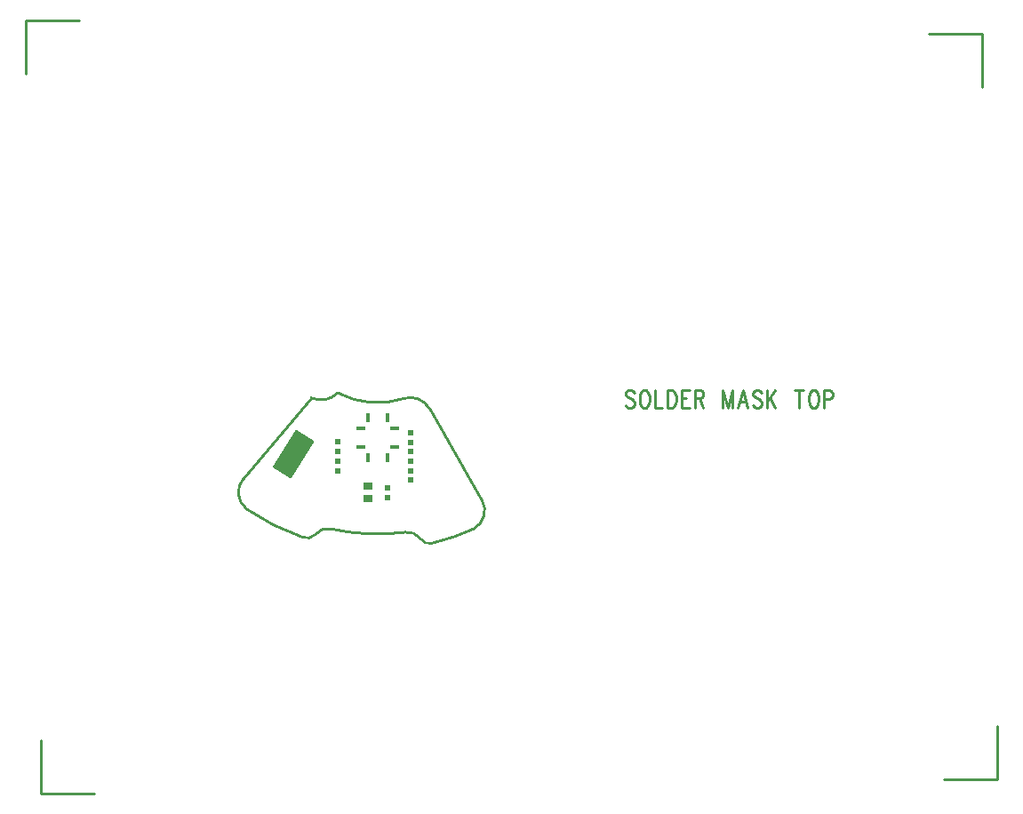
<source format=gbr>
*
*
G04 PADS 9.5 Build Number: 522968 generated Gerber (RS-274-X) file*
G04 PC Version=2.1*
*
%IN "LCORE_4.pcb"*%
*
%MOIN*%
*
%FSLAX35Y35*%
*
*
*
*
G04 PC Standard Apertures*
*
*
G04 Thermal Relief Aperture macro.*
%AMTER*
1,1,$1,0,0*
1,0,$1-$2,0,0*
21,0,$3,$4,0,0,45*
21,0,$3,$4,0,0,135*
%
*
*
G04 Annular Aperture macro.*
%AMANN*
1,1,$1,0,0*
1,0,$2,0,0*
%
*
*
G04 Odd Aperture macro.*
%AMODD*
1,1,$1,0,0*
1,0,$1-0.005,0,0*
%
*
*
G04 PC Custom Aperture Macros*
*
*
*
*
*
*
G04 PC Aperture Table*
*
%ADD010C,0.001*%
%ADD012C,0.01*%
%ADD027C,0.00039*%
%ADD028R,0.02365X0.02365*%
%ADD029R,0.037X0.026*%
%ADD035R,0.0335X0.01578*%
%ADD036R,0.01578X0.0335*%
*
*
*
*
G04 PC Circuitry*
G04 Layer Name LCORE_4.pcb - circuitry*
%LPD*%
*
*
G04 PC Custom Flashes*
G04 Layer Name LCORE_4.pcb - flashes*
%LPD*%
*
*
G04 PC Circuitry*
G04 Layer Name LCORE_4.pcb - circuitry*
%LPD*%
*
G54D10*
G54D12*
G01X2046025Y1605357D02*
X2045570Y1605982D01*
X2044889Y1606295*
X2043980*
X2043298Y1605982*
X2042843Y1605357*
Y1604732*
X2043070Y1604107*
X2043298Y1603795*
X2043752Y1603482*
X2045116Y1602857*
X2045570Y1602545*
X2045798Y1602232*
X2046025Y1601607*
Y1600670*
X2045570Y1600045*
X2044889Y1599732*
X2043980*
X2043298Y1600045*
X2042843Y1600670*
X2049434Y1606295D02*
X2048980Y1605982D01*
X2048525Y1605357*
X2048298Y1604732*
X2048070Y1603795*
Y1602232*
X2048298Y1601295*
X2048525Y1600670*
X2048980Y1600045*
X2049434Y1599732*
X2050343*
X2050798Y1600045*
X2051252Y1600670*
X2051480Y1601295*
X2051707Y1602232*
Y1603795*
X2051480Y1604732*
X2051252Y1605357*
X2050798Y1605982*
X2050343Y1606295*
X2049434*
X2053752D02*
Y1599732D01*
X2056480*
X2058525Y1606295D02*
Y1599732D01*
Y1606295D02*
X2060116D01*
X2060798Y1605982*
X2061252Y1605357*
X2061480Y1604732*
X2061707Y1603795*
Y1602232*
X2061480Y1601295*
X2061252Y1600670*
X2060798Y1600045*
X2060116Y1599732*
X2058525*
X2063752Y1606295D02*
Y1599732D01*
Y1606295D02*
X2066707D01*
X2063752Y1603170D02*
X2065570D01*
X2063752Y1599732D02*
X2066707D01*
X2068752Y1606295D02*
Y1599732D01*
Y1606295D02*
X2070798D01*
X2071480Y1605982*
X2071707Y1605670*
X2071934Y1605045*
Y1604420*
X2071707Y1603795*
X2071480Y1603482*
X2070798Y1603170*
X2068752*
X2070343D02*
X2071934Y1599732D01*
X2079207Y1606295D02*
Y1599732D01*
Y1606295D02*
X2081025Y1599732D01*
X2082843Y1606295D02*
X2081025Y1599732D01*
X2082843Y1606295D02*
Y1599732D01*
X2086707Y1606295D02*
X2084889Y1599732D01*
X2086707Y1606295D02*
X2088525Y1599732D01*
X2085570Y1601920D02*
X2087843D01*
X2093752Y1605357D02*
X2093298Y1605982D01*
X2092616Y1606295*
X2091707*
X2091025Y1605982*
X2090570Y1605357*
Y1604732*
X2090798Y1604107*
X2091025Y1603795*
X2091480Y1603482*
X2092843Y1602857*
X2093298Y1602545*
X2093525Y1602232*
X2093752Y1601607*
Y1600670*
X2093298Y1600045*
X2092616Y1599732*
X2091707*
X2091025Y1600045*
X2090570Y1600670*
X2095798Y1606295D02*
Y1599732D01*
X2098980Y1606295D02*
X2095798Y1601920D01*
X2096934Y1603482D02*
X2098980Y1599732D01*
X2107843Y1606295D02*
Y1599732D01*
X2106252Y1606295D02*
X2109434D01*
X2112843D02*
X2112389Y1605982D01*
X2111934Y1605357*
X2111707Y1604732*
X2111480Y1603795*
Y1602232*
X2111707Y1601295*
X2111934Y1600670*
X2112389Y1600045*
X2112843Y1599732*
X2113752*
X2114207Y1600045*
X2114661Y1600670*
X2114889Y1601295*
X2115116Y1602232*
Y1603795*
X2114889Y1604732*
X2114661Y1605357*
X2114207Y1605982*
X2113752Y1606295*
X2112843*
X2117161D02*
Y1599732D01*
Y1606295D02*
X2119207D01*
X2119889Y1605982*
X2120116Y1605670*
X2120343Y1605045*
Y1604107*
X2120116Y1603482*
X2119889Y1603170*
X2119207Y1602857*
X2117161*
X1900788Y1561558D02*
G75*
G03X1921809Y1551031I48934J71466D01*
G01X1921827Y1551025D02*
G03X1926389Y1552091I1471J3999D01*
G01X1932249Y1554225D02*
G03X1926391Y1552092I-1336J-5442D01*
G01X1932289Y1554216D02*
G03X1960292Y1552993I17468J78795D01*
G01X1965815Y1550567D02*
G03X1960269Y1552990I-4781J-3386D01*
G01X1965819Y1550561D02*
G03X1970341Y1548880I3345J2074D01*
G01X1970380Y1548889D02*
G03X1985922Y1554286I-20514J84150D01*
G01X1985913Y1554281D02*
G03X1988944Y1564993I-3840J6872D01*
G01X1988940Y1564999D02*
X1969016Y1599606D01*
X1969018Y1599603D02*
G03X1959686Y1603148I-6910J-4135D01*
G01X1934880Y1605240D02*
G03X1959709Y1603156I14835J27784D01*
G01X1924884Y1603377D02*
G03X1934851Y1605260I3644J8033D01*
G01X1924879Y1603379D02*
X1899587Y1573281D01*
X1899585Y1573278D02*
G03X1900763Y1561574I5923J-5315D01*
G01X1837791Y1744944D02*
X1817791D01*
Y1724944*
X1823603Y1475056D02*
Y1455056D01*
X1843603*
X2162209Y1460312D02*
X2182209D01*
Y1480312*
X2176373Y1719944D02*
Y1739944D01*
X2156373*
G54D27*
X1917049Y1573501D02*
X1925613Y1587206D01*
X1919031Y1591318*
X1910467Y1577613*
X1917049Y1573501*
X1917049*
X1916986Y1573540D02*
X1917073D01*
X1916923Y1573579D02*
X1917098D01*
X1916860Y1573619D02*
X1917123D01*
X1916797Y1573658D02*
X1917147D01*
X1916734Y1573698D02*
X1917172D01*
X1916671Y1573737D02*
X1917196D01*
X1916608Y1573776D02*
X1917221D01*
X1916545Y1573816D02*
X1917246D01*
X1916482Y1573855D02*
X1917270D01*
X1916419Y1573894D02*
X1917295D01*
X1916356Y1573934D02*
X1917319D01*
X1916293Y1573973D02*
X1917344D01*
X1916230Y1574013D02*
X1917369D01*
X1916167Y1574052D02*
X1917393D01*
X1916104Y1574091D02*
X1917418D01*
X1916041Y1574131D02*
X1917442D01*
X1915978Y1574170D02*
X1917467D01*
X1915915Y1574209D02*
X1917492D01*
X1915852Y1574249D02*
X1917516D01*
X1915789Y1574288D02*
X1917541D01*
X1915726Y1574327D02*
X1917565D01*
X1915663Y1574367D02*
X1917590D01*
X1915600Y1574406D02*
X1917615D01*
X1915537Y1574446D02*
X1917639D01*
X1915474Y1574485D02*
X1917664D01*
X1915411Y1574524D02*
X1917688D01*
X1915348Y1574564D02*
X1917713D01*
X1915285Y1574603D02*
X1917738D01*
X1915222Y1574642D02*
X1917762D01*
X1915159Y1574682D02*
X1917787D01*
X1915096Y1574721D02*
X1917811D01*
X1915033Y1574761D02*
X1917836D01*
X1914970Y1574800D02*
X1917861D01*
X1914907Y1574839D02*
X1917885D01*
X1914844Y1574879D02*
X1917910D01*
X1914781Y1574918D02*
X1917934D01*
X1914718Y1574957D02*
X1917959D01*
X1914655Y1574997D02*
X1917984D01*
X1914592Y1575036D02*
X1918008D01*
X1914529Y1575076D02*
X1918033D01*
X1914466Y1575115D02*
X1918057D01*
X1914403Y1575154D02*
X1918082D01*
X1914340Y1575194D02*
X1918107D01*
X1914277Y1575233D02*
X1918131D01*
X1914214Y1575272D02*
X1918156D01*
X1914151Y1575312D02*
X1918180D01*
X1914088Y1575351D02*
X1918205D01*
X1914025Y1575390D02*
X1918230D01*
X1913962Y1575430D02*
X1918254D01*
X1913899Y1575469D02*
X1918279D01*
X1913836Y1575509D02*
X1918303D01*
X1913773Y1575548D02*
X1918328D01*
X1913710Y1575587D02*
X1918353D01*
X1913647Y1575627D02*
X1918377D01*
X1913584Y1575666D02*
X1918402D01*
X1913521Y1575705D02*
X1918426D01*
X1913458Y1575745D02*
X1918451D01*
X1913394Y1575784D02*
X1918476D01*
X1913331Y1575824D02*
X1918500D01*
X1913268Y1575863D02*
X1918525D01*
X1913205Y1575902D02*
X1918549D01*
X1913142Y1575942D02*
X1918574D01*
X1913079Y1575981D02*
X1918599D01*
X1913016Y1576020D02*
X1918623D01*
X1912953Y1576060D02*
X1918648D01*
X1912890Y1576099D02*
X1918672D01*
X1912827Y1576138D02*
X1918697D01*
X1912764Y1576178D02*
X1918722D01*
X1912701Y1576217D02*
X1918746D01*
X1912638Y1576257D02*
X1918771D01*
X1912575Y1576296D02*
X1918795D01*
X1912512Y1576335D02*
X1918820D01*
X1912449Y1576375D02*
X1918845D01*
X1912386Y1576414D02*
X1918869D01*
X1912323Y1576453D02*
X1918894D01*
X1912260Y1576493D02*
X1918918D01*
X1912197Y1576532D02*
X1918943D01*
X1912134Y1576572D02*
X1918968D01*
X1912071Y1576611D02*
X1918992D01*
X1912008Y1576650D02*
X1919017D01*
X1911945Y1576690D02*
X1919042D01*
X1911882Y1576729D02*
X1919066D01*
X1911819Y1576768D02*
X1919091D01*
X1911756Y1576808D02*
X1919115D01*
X1911693Y1576847D02*
X1919140D01*
X1911630Y1576887D02*
X1919165D01*
X1911567Y1576926D02*
X1919189D01*
X1911504Y1576965D02*
X1919214D01*
X1911441Y1577005D02*
X1919238D01*
X1911378Y1577044D02*
X1919263D01*
X1911315Y1577083D02*
X1919288D01*
X1911252Y1577123D02*
X1919312D01*
X1911189Y1577162D02*
X1919337D01*
X1911126Y1577201D02*
X1919361D01*
X1911063Y1577241D02*
X1919386D01*
X1911000Y1577280D02*
X1919411D01*
X1910937Y1577320D02*
X1919435D01*
X1910874Y1577359D02*
X1919460D01*
X1910811Y1577398D02*
X1919484D01*
X1910748Y1577438D02*
X1919509D01*
X1910685Y1577477D02*
X1919534D01*
X1910622Y1577516D02*
X1919558D01*
X1910559Y1577556D02*
X1919583D01*
X1910496Y1577595D02*
X1919607D01*
X1910481Y1577635D02*
X1919632D01*
X1910505Y1577674D02*
X1919657D01*
X1910530Y1577713D02*
X1919681D01*
X1910555Y1577753D02*
X1919706D01*
X1910579Y1577792D02*
X1919730D01*
X1910604Y1577831D02*
X1919755D01*
X1910628Y1577871D02*
X1919780D01*
X1910653Y1577910D02*
X1919804D01*
X1910678Y1577950D02*
X1919829D01*
X1910702Y1577989D02*
X1919853D01*
X1910727Y1578028D02*
X1919878D01*
X1910751Y1578068D02*
X1919903D01*
X1910776Y1578107D02*
X1919927D01*
X1910801Y1578146D02*
X1919952D01*
X1910825Y1578186D02*
X1919976D01*
X1910850Y1578225D02*
X1920001D01*
X1910874Y1578264D02*
X1920026D01*
X1910899Y1578304D02*
X1920050D01*
X1910924Y1578343D02*
X1920075D01*
X1910948Y1578383D02*
X1920099D01*
X1910973Y1578422D02*
X1920124D01*
X1910997Y1578461D02*
X1920149D01*
X1911022Y1578501D02*
X1920173D01*
X1911047Y1578540D02*
X1920198D01*
X1911071Y1578579D02*
X1920222D01*
X1911096Y1578619D02*
X1920247D01*
X1911120Y1578658D02*
X1920272D01*
X1911145Y1578698D02*
X1920296D01*
X1911170Y1578737D02*
X1920321D01*
X1911194Y1578776D02*
X1920345D01*
X1911219Y1578816D02*
X1920370D01*
X1911243Y1578855D02*
X1920395D01*
X1911268Y1578894D02*
X1920419D01*
X1911293Y1578934D02*
X1920444D01*
X1911317Y1578973D02*
X1920468D01*
X1911342Y1579013D02*
X1920493D01*
X1911366Y1579052D02*
X1920518D01*
X1911391Y1579091D02*
X1920542D01*
X1911416Y1579131D02*
X1920567D01*
X1911440Y1579170D02*
X1920591D01*
X1911465Y1579209D02*
X1920616D01*
X1911489Y1579249D02*
X1920641D01*
X1911514Y1579288D02*
X1920665D01*
X1911539Y1579327D02*
X1920690D01*
X1911563Y1579367D02*
X1920714D01*
X1911588Y1579406D02*
X1920739D01*
X1911612Y1579446D02*
X1920764D01*
X1911637Y1579485D02*
X1920788D01*
X1911662Y1579524D02*
X1920813D01*
X1911686Y1579564D02*
X1920837D01*
X1911711Y1579603D02*
X1920862D01*
X1911735Y1579642D02*
X1920887D01*
X1911760Y1579682D02*
X1920911D01*
X1911785Y1579721D02*
X1920936D01*
X1911809Y1579761D02*
X1920960D01*
X1911834Y1579800D02*
X1920985D01*
X1911858Y1579839D02*
X1921010D01*
X1911883Y1579879D02*
X1921034D01*
X1911908Y1579918D02*
X1921059D01*
X1911932Y1579957D02*
X1921083D01*
X1911957Y1579997D02*
X1921108D01*
X1911981Y1580036D02*
X1921133D01*
X1912006Y1580076D02*
X1921157D01*
X1912031Y1580115D02*
X1921182D01*
X1912055Y1580154D02*
X1921206D01*
X1912080Y1580194D02*
X1921231D01*
X1912104Y1580233D02*
X1921256D01*
X1912129Y1580272D02*
X1921280D01*
X1912154Y1580312D02*
X1921305D01*
X1912178Y1580351D02*
X1921329D01*
X1912203Y1580390D02*
X1921354D01*
X1912227Y1580430D02*
X1921379D01*
X1912252Y1580469D02*
X1921403D01*
X1912277Y1580509D02*
X1921428D01*
X1912301Y1580548D02*
X1921452D01*
X1912326Y1580587D02*
X1921477D01*
X1912350Y1580627D02*
X1921502D01*
X1912375Y1580666D02*
X1921526D01*
X1912400Y1580705D02*
X1921551D01*
X1912424Y1580745D02*
X1921575D01*
X1912449Y1580784D02*
X1921600D01*
X1912473Y1580824D02*
X1921625D01*
X1912498Y1580863D02*
X1921649D01*
X1912523Y1580902D02*
X1921674D01*
X1912547Y1580942D02*
X1921698D01*
X1912572Y1580981D02*
X1921723D01*
X1912596Y1581020D02*
X1921748D01*
X1912621Y1581060D02*
X1921772D01*
X1912646Y1581099D02*
X1921797D01*
X1912670Y1581138D02*
X1921821D01*
X1912695Y1581178D02*
X1921846D01*
X1912719Y1581217D02*
X1921871D01*
X1912744Y1581257D02*
X1921895D01*
X1912769Y1581296D02*
X1921920D01*
X1912793Y1581335D02*
X1921944D01*
X1912818Y1581375D02*
X1921969D01*
X1912842Y1581414D02*
X1921994D01*
X1912867Y1581453D02*
X1922018D01*
X1912892Y1581493D02*
X1922043D01*
X1912916Y1581532D02*
X1922067D01*
X1912941Y1581572D02*
X1922092D01*
X1912965Y1581611D02*
X1922117D01*
X1912990Y1581650D02*
X1922141D01*
X1913015Y1581690D02*
X1922166D01*
X1913039Y1581729D02*
X1922190D01*
X1913064Y1581768D02*
X1922215D01*
X1913088Y1581808D02*
X1922240D01*
X1913113Y1581847D02*
X1922264D01*
X1913138Y1581887D02*
X1922289D01*
X1913162Y1581926D02*
X1922313D01*
X1913187Y1581965D02*
X1922338D01*
X1913211Y1582005D02*
X1922363D01*
X1913236Y1582044D02*
X1922387D01*
X1913261Y1582083D02*
X1922412D01*
X1913285Y1582123D02*
X1922436D01*
X1913310Y1582162D02*
X1922461D01*
X1913334Y1582201D02*
X1922486D01*
X1913359Y1582241D02*
X1922510D01*
X1913384Y1582280D02*
X1922535D01*
X1913408Y1582320D02*
X1922559D01*
X1913433Y1582359D02*
X1922584D01*
X1913458Y1582398D02*
X1922609D01*
X1913482Y1582438D02*
X1922633D01*
X1913507Y1582477D02*
X1922658D01*
X1913531Y1582516D02*
X1922682D01*
X1913556Y1582556D02*
X1922707D01*
X1913581Y1582595D02*
X1922732D01*
X1913605Y1582635D02*
X1922756D01*
X1913630Y1582674D02*
X1922781D01*
X1913654Y1582713D02*
X1922805D01*
X1913679Y1582753D02*
X1922830D01*
X1913704Y1582792D02*
X1922855D01*
X1913728Y1582831D02*
X1922879D01*
X1913753Y1582871D02*
X1922904D01*
X1913777Y1582910D02*
X1922928D01*
X1913802Y1582950D02*
X1922953D01*
X1913827Y1582989D02*
X1922978D01*
X1913851Y1583028D02*
X1923002D01*
X1913876Y1583068D02*
X1923027D01*
X1913900Y1583107D02*
X1923051D01*
X1913925Y1583146D02*
X1923076D01*
X1913950Y1583186D02*
X1923101D01*
X1913974Y1583225D02*
X1923125D01*
X1913999Y1583264D02*
X1923150D01*
X1914023Y1583304D02*
X1923174D01*
X1914048Y1583343D02*
X1923199D01*
X1914073Y1583383D02*
X1923224D01*
X1914097Y1583422D02*
X1923248D01*
X1914122Y1583461D02*
X1923273D01*
X1914146Y1583501D02*
X1923297D01*
X1914171Y1583540D02*
X1923322D01*
X1914196Y1583579D02*
X1923347D01*
X1914220Y1583619D02*
X1923371D01*
X1914245Y1583658D02*
X1923396D01*
X1914269Y1583698D02*
X1923421D01*
X1914294Y1583737D02*
X1923445D01*
X1914319Y1583776D02*
X1923470D01*
X1914343Y1583816D02*
X1923494D01*
X1914368Y1583855D02*
X1923519D01*
X1914392Y1583894D02*
X1923544D01*
X1914417Y1583934D02*
X1923568D01*
X1914442Y1583973D02*
X1923593D01*
X1914466Y1584013D02*
X1923617D01*
X1914491Y1584052D02*
X1923642D01*
X1914515Y1584091D02*
X1923667D01*
X1914540Y1584131D02*
X1923691D01*
X1914565Y1584170D02*
X1923716D01*
X1914589Y1584209D02*
X1923740D01*
X1914614Y1584249D02*
X1923765D01*
X1914638Y1584288D02*
X1923790D01*
X1914663Y1584327D02*
X1923814D01*
X1914688Y1584367D02*
X1923839D01*
X1914712Y1584406D02*
X1923863D01*
X1914737Y1584446D02*
X1923888D01*
X1914761Y1584485D02*
X1923913D01*
X1914786Y1584524D02*
X1923937D01*
X1914811Y1584564D02*
X1923962D01*
X1914835Y1584603D02*
X1923986D01*
X1914860Y1584642D02*
X1924011D01*
X1914884Y1584682D02*
X1924036D01*
X1914909Y1584721D02*
X1924060D01*
X1914934Y1584761D02*
X1924085D01*
X1914958Y1584800D02*
X1924109D01*
X1914983Y1584839D02*
X1924134D01*
X1915007Y1584879D02*
X1924159D01*
X1915032Y1584918D02*
X1924183D01*
X1915057Y1584957D02*
X1924208D01*
X1915081Y1584997D02*
X1924232D01*
X1915106Y1585036D02*
X1924257D01*
X1915130Y1585076D02*
X1924282D01*
X1915155Y1585115D02*
X1924306D01*
X1915180Y1585154D02*
X1924331D01*
X1915204Y1585194D02*
X1924355D01*
X1915229Y1585233D02*
X1924380D01*
X1915253Y1585272D02*
X1924405D01*
X1915278Y1585312D02*
X1924429D01*
X1915303Y1585351D02*
X1924454D01*
X1915327Y1585390D02*
X1924478D01*
X1915352Y1585430D02*
X1924503D01*
X1915376Y1585469D02*
X1924528D01*
X1915401Y1585509D02*
X1924552D01*
X1915426Y1585548D02*
X1924577D01*
X1915450Y1585587D02*
X1924601D01*
X1915475Y1585627D02*
X1924626D01*
X1915499Y1585666D02*
X1924651D01*
X1915524Y1585705D02*
X1924675D01*
X1915549Y1585745D02*
X1924700D01*
X1915573Y1585784D02*
X1924724D01*
X1915598Y1585824D02*
X1924749D01*
X1915622Y1585863D02*
X1924774D01*
X1915647Y1585902D02*
X1924798D01*
X1915672Y1585942D02*
X1924823D01*
X1915696Y1585981D02*
X1924847D01*
X1915721Y1586020D02*
X1924872D01*
X1915745Y1586060D02*
X1924897D01*
X1915770Y1586099D02*
X1924921D01*
X1915795Y1586138D02*
X1924946D01*
X1915819Y1586178D02*
X1924970D01*
X1915844Y1586217D02*
X1924995D01*
X1915868Y1586257D02*
X1925020D01*
X1915893Y1586296D02*
X1925044D01*
X1915918Y1586335D02*
X1925069D01*
X1915942Y1586375D02*
X1925093D01*
X1915967Y1586414D02*
X1925118D01*
X1915991Y1586453D02*
X1925143D01*
X1916016Y1586493D02*
X1925167D01*
X1916041Y1586532D02*
X1925192D01*
X1916065Y1586572D02*
X1925216D01*
X1916090Y1586611D02*
X1925241D01*
X1916114Y1586650D02*
X1925266D01*
X1916139Y1586690D02*
X1925290D01*
X1916164Y1586729D02*
X1925315D01*
X1916188Y1586768D02*
X1925339D01*
X1916213Y1586808D02*
X1925364D01*
X1916237Y1586847D02*
X1925389D01*
X1916262Y1586887D02*
X1925413D01*
X1916287Y1586926D02*
X1925438D01*
X1916311Y1586965D02*
X1925462D01*
X1916336Y1587005D02*
X1925487D01*
X1916360Y1587044D02*
X1925512D01*
X1916385Y1587083D02*
X1925536D01*
X1916410Y1587123D02*
X1925561D01*
X1916434Y1587162D02*
X1925585D01*
X1916459Y1587201D02*
X1925610D01*
X1916483Y1587241D02*
X1925556D01*
X1916508Y1587280D02*
X1925493D01*
X1916533Y1587320D02*
X1925430D01*
X1916557Y1587359D02*
X1925367D01*
X1916582Y1587398D02*
X1925304D01*
X1916606Y1587438D02*
X1925241D01*
X1916631Y1587477D02*
X1925178D01*
X1916656Y1587516D02*
X1925115D01*
X1916680Y1587556D02*
X1925052D01*
X1916705Y1587595D02*
X1924989D01*
X1916729Y1587635D02*
X1924926D01*
X1916754Y1587674D02*
X1924863D01*
X1916779Y1587713D02*
X1924800D01*
X1916803Y1587753D02*
X1924737D01*
X1916828Y1587792D02*
X1924674D01*
X1916852Y1587831D02*
X1924611D01*
X1916877Y1587871D02*
X1924548D01*
X1916902Y1587910D02*
X1924485D01*
X1916926Y1587950D02*
X1924422D01*
X1916951Y1587989D02*
X1924359D01*
X1916975Y1588028D02*
X1924296D01*
X1917000Y1588068D02*
X1924233D01*
X1917025Y1588107D02*
X1924170D01*
X1917049Y1588146D02*
X1924107D01*
X1917074Y1588186D02*
X1924044D01*
X1917098Y1588225D02*
X1923981D01*
X1917123Y1588264D02*
X1923918D01*
X1917148Y1588304D02*
X1923855D01*
X1917172Y1588343D02*
X1923792D01*
X1917197Y1588383D02*
X1923729D01*
X1917221Y1588422D02*
X1923666D01*
X1917246Y1588461D02*
X1923603D01*
X1917271Y1588501D02*
X1923540D01*
X1917295Y1588540D02*
X1923477D01*
X1917320Y1588579D02*
X1923414D01*
X1917344Y1588619D02*
X1923351D01*
X1917369Y1588658D02*
X1923288D01*
X1917394Y1588698D02*
X1923225D01*
X1917418Y1588737D02*
X1923162D01*
X1917443Y1588776D02*
X1923099D01*
X1917467Y1588816D02*
X1923036D01*
X1917492Y1588855D02*
X1922973D01*
X1917517Y1588894D02*
X1922910D01*
X1917541Y1588934D02*
X1922847D01*
X1917566Y1588973D02*
X1922784D01*
X1917590Y1589013D02*
X1922721D01*
X1917615Y1589052D02*
X1922658D01*
X1917640Y1589091D02*
X1922595D01*
X1917664Y1589131D02*
X1922532D01*
X1917689Y1589170D02*
X1922469D01*
X1917714Y1589209D02*
X1922406D01*
X1917738Y1589249D02*
X1922343D01*
X1917763Y1589288D02*
X1922280D01*
X1917787Y1589327D02*
X1922217D01*
X1917812Y1589367D02*
X1922154D01*
X1917837Y1589406D02*
X1922091D01*
X1917861Y1589446D02*
X1922028D01*
X1917886Y1589485D02*
X1921965D01*
X1917910Y1589524D02*
X1921902D01*
X1917935Y1589564D02*
X1921839D01*
X1917960Y1589603D02*
X1921776D01*
X1917984Y1589642D02*
X1921713D01*
X1918009Y1589682D02*
X1921650D01*
X1918033Y1589721D02*
X1921587D01*
X1918058Y1589761D02*
X1921524D01*
X1918083Y1589800D02*
X1921461D01*
X1918107Y1589839D02*
X1921398D01*
X1918132Y1589879D02*
X1921335D01*
X1918156Y1589918D02*
X1921272D01*
X1918181Y1589957D02*
X1921209D01*
X1918206Y1589997D02*
X1921146D01*
X1918230Y1590036D02*
X1921083D01*
X1918255Y1590076D02*
X1921020D01*
X1918279Y1590115D02*
X1920957D01*
X1918304Y1590154D02*
X1920894D01*
X1918329Y1590194D02*
X1920831D01*
X1918353Y1590233D02*
X1920768D01*
X1918378Y1590272D02*
X1920705D01*
X1918402Y1590312D02*
X1920642D01*
X1918427Y1590351D02*
X1920579D01*
X1918452Y1590390D02*
X1920516D01*
X1918476Y1590430D02*
X1920453D01*
X1918501Y1590469D02*
X1920390D01*
X1918525Y1590509D02*
X1920327D01*
X1918550Y1590548D02*
X1920264D01*
X1918575Y1590587D02*
X1920201D01*
X1918599Y1590627D02*
X1920138D01*
X1918624Y1590666D02*
X1920075D01*
X1918648Y1590705D02*
X1920012D01*
X1918673Y1590745D02*
X1919949D01*
X1918698Y1590784D02*
X1919886D01*
X1918722Y1590824D02*
X1919823D01*
X1918747Y1590863D02*
X1919760D01*
X1918771Y1590902D02*
X1919697D01*
X1918796Y1590942D02*
X1919634D01*
X1918821Y1590981D02*
X1919571D01*
X1918845Y1591020D02*
X1919508D01*
X1918870Y1591060D02*
X1919445D01*
X1918894Y1591099D02*
X1919382D01*
X1918919Y1591138D02*
X1919319D01*
X1918944Y1591178D02*
X1919256D01*
X1918968Y1591217D02*
X1919193D01*
X1918993Y1591257D02*
X1919130D01*
X1919017Y1591296D02*
X1919067D01*
X1910467Y1577613D02*
X1910467D01*
X1910507Y1577589D02*
Y1577676D01*
X1910546Y1577564D02*
Y1577739D01*
X1910586Y1577539D02*
Y1577802D01*
X1910625Y1577515D02*
Y1577865D01*
X1910664Y1577490D02*
Y1577928D01*
X1910704Y1577466D02*
Y1577991D01*
X1910743Y1577441D02*
Y1578054D01*
X1910782Y1577416D02*
Y1578117D01*
X1910822Y1577392D02*
Y1578180D01*
X1910861Y1577367D02*
Y1578243D01*
X1910900Y1577343D02*
Y1578306D01*
X1910940Y1577318D02*
Y1578369D01*
X1910979Y1577293D02*
Y1578432D01*
X1911019Y1577269D02*
Y1578495D01*
X1911058Y1577244D02*
Y1578558D01*
X1911097Y1577220D02*
Y1578621D01*
X1911137Y1577195D02*
Y1578684D01*
X1911176Y1577170D02*
Y1578747D01*
X1911215Y1577146D02*
Y1578810D01*
X1911255Y1577121D02*
Y1578873D01*
X1911294Y1577097D02*
Y1578936D01*
X1911334Y1577072D02*
Y1578999D01*
X1911373Y1577047D02*
Y1579062D01*
X1911412Y1577023D02*
Y1579125D01*
X1911452Y1576998D02*
Y1579188D01*
X1911491Y1576974D02*
Y1579251D01*
X1911530Y1576949D02*
Y1579314D01*
X1911570Y1576924D02*
Y1579377D01*
X1911609Y1576900D02*
Y1579440D01*
X1911649Y1576875D02*
Y1579503D01*
X1911688Y1576851D02*
Y1579566D01*
X1911727Y1576826D02*
Y1579629D01*
X1911767Y1576801D02*
Y1579692D01*
X1911806Y1576777D02*
Y1579755D01*
X1911845Y1576752D02*
Y1579818D01*
X1911885Y1576728D02*
Y1579881D01*
X1911924Y1576703D02*
Y1579944D01*
X1911963Y1576678D02*
Y1580007D01*
X1912003Y1576654D02*
Y1580070D01*
X1912042Y1576629D02*
Y1580133D01*
X1912082Y1576605D02*
Y1580196D01*
X1912121Y1576580D02*
Y1580259D01*
X1912160Y1576555D02*
Y1580322D01*
X1912200Y1576531D02*
Y1580385D01*
X1912239Y1576506D02*
Y1580448D01*
X1912278Y1576482D02*
Y1580511D01*
X1912318Y1576457D02*
Y1580574D01*
X1912357Y1576432D02*
Y1580637D01*
X1912397Y1576408D02*
Y1580700D01*
X1912436Y1576383D02*
Y1580763D01*
X1912475Y1576359D02*
Y1580826D01*
X1912515Y1576334D02*
Y1580889D01*
X1912554Y1576309D02*
Y1580952D01*
X1912593Y1576285D02*
Y1581015D01*
X1912633Y1576260D02*
Y1581079D01*
X1912672Y1576236D02*
Y1581142D01*
X1912712Y1576211D02*
Y1581205D01*
X1912751Y1576186D02*
Y1581268D01*
X1912790Y1576162D02*
Y1581331D01*
X1912830Y1576137D02*
Y1581394D01*
X1912869Y1576113D02*
Y1581457D01*
X1912908Y1576088D02*
Y1581520D01*
X1912948Y1576063D02*
Y1581583D01*
X1912987Y1576039D02*
Y1581646D01*
X1913026Y1576014D02*
Y1581709D01*
X1913066Y1575990D02*
Y1581772D01*
X1913105Y1575965D02*
Y1581835D01*
X1913145Y1575940D02*
Y1581898D01*
X1913184Y1575916D02*
Y1581961D01*
X1913223Y1575891D02*
Y1582024D01*
X1913263Y1575867D02*
Y1582087D01*
X1913302Y1575842D02*
Y1582150D01*
X1913341Y1575817D02*
Y1582213D01*
X1913381Y1575793D02*
Y1582276D01*
X1913420Y1575768D02*
Y1582339D01*
X1913460Y1575744D02*
Y1582402D01*
X1913499Y1575719D02*
Y1582465D01*
X1913538Y1575694D02*
Y1582528D01*
X1913578Y1575670D02*
Y1582591D01*
X1913617Y1575645D02*
Y1582654D01*
X1913656Y1575621D02*
Y1582717D01*
X1913696Y1575596D02*
Y1582780D01*
X1913735Y1575571D02*
Y1582843D01*
X1913775Y1575547D02*
Y1582906D01*
X1913814Y1575522D02*
Y1582969D01*
X1913853Y1575498D02*
Y1583032D01*
X1913893Y1575473D02*
Y1583095D01*
X1913932Y1575448D02*
Y1583158D01*
X1913971Y1575424D02*
Y1583221D01*
X1914011Y1575399D02*
Y1583284D01*
X1914050Y1575375D02*
Y1583347D01*
X1914089Y1575350D02*
Y1583410D01*
X1914129Y1575325D02*
Y1583473D01*
X1914168Y1575301D02*
Y1583536D01*
X1914208Y1575276D02*
Y1583599D01*
X1914247Y1575251D02*
Y1583662D01*
X1914286Y1575227D02*
Y1583725D01*
X1914326Y1575202D02*
Y1583788D01*
X1914365Y1575178D02*
Y1583851D01*
X1914404Y1575153D02*
Y1583914D01*
X1914444Y1575128D02*
Y1583977D01*
X1914483Y1575104D02*
Y1584040D01*
X1914523Y1575079D02*
Y1584103D01*
X1914562Y1575055D02*
Y1584166D01*
X1914601Y1575030D02*
Y1584229D01*
X1914641Y1575005D02*
Y1584292D01*
X1914680Y1574981D02*
Y1584355D01*
X1914719Y1574956D02*
Y1584418D01*
X1914759Y1574932D02*
Y1584481D01*
X1914798Y1574907D02*
Y1584544D01*
X1914837Y1574882D02*
Y1584607D01*
X1914877Y1574858D02*
Y1584670D01*
X1914916Y1574833D02*
Y1584733D01*
X1914956Y1574809D02*
Y1584796D01*
X1914995Y1574784D02*
Y1584859D01*
X1915034Y1574759D02*
Y1584922D01*
X1915074Y1574735D02*
Y1584985D01*
X1915113Y1574710D02*
Y1585048D01*
X1915152Y1574686D02*
Y1585111D01*
X1915192Y1574661D02*
Y1585174D01*
X1915231Y1574636D02*
Y1585237D01*
X1915271Y1574612D02*
Y1585300D01*
X1915310Y1574587D02*
Y1585363D01*
X1915349Y1574563D02*
Y1585426D01*
X1915389Y1574538D02*
Y1585489D01*
X1915428Y1574513D02*
Y1585552D01*
X1915467Y1574489D02*
Y1585615D01*
X1915507Y1574464D02*
Y1585678D01*
X1915546Y1574440D02*
Y1585741D01*
X1915586Y1574415D02*
Y1585804D01*
X1915625Y1574390D02*
Y1585867D01*
X1915664Y1574366D02*
Y1585930D01*
X1915704Y1574341D02*
Y1585993D01*
X1915743Y1574317D02*
Y1586056D01*
X1915782Y1574292D02*
Y1586119D01*
X1915822Y1574267D02*
Y1586182D01*
X1915861Y1574243D02*
Y1586245D01*
X1915900Y1574218D02*
Y1586308D01*
X1915940Y1574194D02*
Y1586371D01*
X1915979Y1574169D02*
Y1586434D01*
X1916019Y1574144D02*
Y1586497D01*
X1916058Y1574120D02*
Y1586560D01*
X1916097Y1574095D02*
Y1586623D01*
X1916137Y1574071D02*
Y1586686D01*
X1916176Y1574046D02*
Y1586749D01*
X1916215Y1574021D02*
Y1586812D01*
X1916255Y1573997D02*
Y1586875D01*
X1916294Y1573972D02*
Y1586938D01*
X1916334Y1573948D02*
Y1587001D01*
X1916373Y1573923D02*
Y1587064D01*
X1916412Y1573898D02*
Y1587127D01*
X1916452Y1573874D02*
Y1587190D01*
X1916491Y1573849D02*
Y1587253D01*
X1916530Y1573825D02*
Y1587316D01*
X1916570Y1573800D02*
Y1587379D01*
X1916609Y1573775D02*
Y1587442D01*
X1916649Y1573751D02*
Y1587505D01*
X1916688Y1573726D02*
Y1587568D01*
X1916727Y1573702D02*
Y1587631D01*
X1916767Y1573677D02*
Y1587694D01*
X1916806Y1573652D02*
Y1587757D01*
X1916845Y1573628D02*
Y1587820D01*
X1916885Y1573603D02*
Y1587883D01*
X1916924Y1573579D02*
Y1587946D01*
X1916963Y1573554D02*
Y1588009D01*
X1917003Y1573529D02*
Y1588072D01*
X1917042Y1573505D02*
Y1588135D01*
X1917082Y1573553D02*
Y1588198D01*
X1917121Y1573616D02*
Y1588261D01*
X1917160Y1573679D02*
Y1588324D01*
X1917200Y1573742D02*
Y1588387D01*
X1917239Y1573805D02*
Y1588450D01*
X1917278Y1573868D02*
Y1588513D01*
X1917318Y1573931D02*
Y1588576D01*
X1917357Y1573994D02*
Y1588639D01*
X1917397Y1574057D02*
Y1588702D01*
X1917436Y1574120D02*
Y1588765D01*
X1917475Y1574183D02*
Y1588828D01*
X1917515Y1574246D02*
Y1588891D01*
X1917554Y1574309D02*
Y1588954D01*
X1917593Y1574372D02*
Y1589017D01*
X1917633Y1574435D02*
Y1589080D01*
X1917672Y1574498D02*
Y1589143D01*
X1917712Y1574561D02*
Y1589206D01*
X1917751Y1574624D02*
Y1589269D01*
X1917790Y1574687D02*
Y1589332D01*
X1917830Y1574750D02*
Y1589395D01*
X1917869Y1574813D02*
Y1589458D01*
X1917908Y1574876D02*
Y1589521D01*
X1917948Y1574939D02*
Y1589584D01*
X1917987Y1575002D02*
Y1589647D01*
X1918026Y1575065D02*
Y1589710D01*
X1918066Y1575128D02*
Y1589773D01*
X1918105Y1575191D02*
Y1589836D01*
X1918145Y1575254D02*
Y1589899D01*
X1918184Y1575317D02*
Y1589962D01*
X1918223Y1575380D02*
Y1590025D01*
X1918263Y1575443D02*
Y1590088D01*
X1918302Y1575506D02*
Y1590151D01*
X1918341Y1575569D02*
Y1590214D01*
X1918381Y1575632D02*
Y1590277D01*
X1918420Y1575695D02*
Y1590340D01*
X1918460Y1575758D02*
Y1590403D01*
X1918499Y1575821D02*
Y1590466D01*
X1918538Y1575884D02*
Y1590529D01*
X1918578Y1575947D02*
Y1590592D01*
X1918617Y1576010D02*
Y1590655D01*
X1918656Y1576073D02*
Y1590718D01*
X1918696Y1576136D02*
Y1590781D01*
X1918735Y1576199D02*
Y1590844D01*
X1918775Y1576262D02*
Y1590907D01*
X1918814Y1576325D02*
Y1590970D01*
X1918853Y1576388D02*
Y1591033D01*
X1918893Y1576451D02*
Y1591096D01*
X1918932Y1576514D02*
Y1591159D01*
X1918971Y1576577D02*
Y1591222D01*
X1919011Y1576640D02*
Y1591285D01*
X1919050Y1576703D02*
Y1591306D01*
X1919089Y1576766D02*
Y1591282D01*
X1919129Y1576829D02*
Y1591257D01*
X1919168Y1576892D02*
Y1591233D01*
X1919208Y1576955D02*
Y1591208D01*
X1919247Y1577018D02*
Y1591183D01*
X1919286Y1577081D02*
Y1591159D01*
X1919326Y1577144D02*
Y1591134D01*
X1919365Y1577207D02*
Y1591110D01*
X1919404Y1577270D02*
Y1591085D01*
X1919444Y1577333D02*
Y1591060D01*
X1919483Y1577396D02*
Y1591036D01*
X1919523Y1577459D02*
Y1591011D01*
X1919562Y1577523D02*
Y1590987D01*
X1919601Y1577586D02*
Y1590962D01*
X1919641Y1577649D02*
Y1590937D01*
X1919680Y1577712D02*
Y1590913D01*
X1919719Y1577775D02*
Y1590888D01*
X1919759Y1577838D02*
Y1590864D01*
X1919798Y1577901D02*
Y1590839D01*
X1919837Y1577964D02*
Y1590814D01*
X1919877Y1578027D02*
Y1590790D01*
X1919916Y1578090D02*
Y1590765D01*
X1919956Y1578153D02*
Y1590741D01*
X1919995Y1578216D02*
Y1590716D01*
X1920034Y1578279D02*
Y1590691D01*
X1920074Y1578342D02*
Y1590667D01*
X1920113Y1578405D02*
Y1590642D01*
X1920152Y1578468D02*
Y1590618D01*
X1920192Y1578531D02*
Y1590593D01*
X1920231Y1578594D02*
Y1590568D01*
X1920271Y1578657D02*
Y1590544D01*
X1920310Y1578720D02*
Y1590519D01*
X1920349Y1578783D02*
Y1590495D01*
X1920389Y1578846D02*
Y1590470D01*
X1920428Y1578909D02*
Y1590445D01*
X1920467Y1578972D02*
Y1590421D01*
X1920507Y1579035D02*
Y1590396D01*
X1920546Y1579098D02*
Y1590372D01*
X1920586Y1579161D02*
Y1590347D01*
X1920625Y1579224D02*
Y1590322D01*
X1920664Y1579287D02*
Y1590298D01*
X1920704Y1579350D02*
Y1590273D01*
X1920743Y1579413D02*
Y1590249D01*
X1920782Y1579476D02*
Y1590224D01*
X1920822Y1579539D02*
Y1590199D01*
X1920861Y1579602D02*
Y1590175D01*
X1920900Y1579665D02*
Y1590150D01*
X1920940Y1579728D02*
Y1590126D01*
X1920979Y1579791D02*
Y1590101D01*
X1921019Y1579854D02*
Y1590076D01*
X1921058Y1579917D02*
Y1590052D01*
X1921097Y1579980D02*
Y1590027D01*
X1921137Y1580043D02*
Y1590003D01*
X1921176Y1580106D02*
Y1589978D01*
X1921215Y1580169D02*
Y1589953D01*
X1921255Y1580232D02*
Y1589929D01*
X1921294Y1580295D02*
Y1589904D01*
X1921334Y1580358D02*
Y1589880D01*
X1921373Y1580421D02*
Y1589855D01*
X1921412Y1580484D02*
Y1589830D01*
X1921452Y1580547D02*
Y1589806D01*
X1921491Y1580610D02*
Y1589781D01*
X1921530Y1580673D02*
Y1589757D01*
X1921570Y1580736D02*
Y1589732D01*
X1921609Y1580799D02*
Y1589707D01*
X1921649Y1580862D02*
Y1589683D01*
X1921688Y1580925D02*
Y1589658D01*
X1921727Y1580988D02*
Y1589634D01*
X1921767Y1581051D02*
Y1589609D01*
X1921806Y1581114D02*
Y1589584D01*
X1921845Y1581177D02*
Y1589560D01*
X1921885Y1581240D02*
Y1589535D01*
X1921924Y1581303D02*
Y1589511D01*
X1921963Y1581366D02*
Y1589486D01*
X1922003Y1581429D02*
Y1589461D01*
X1922042Y1581492D02*
Y1589437D01*
X1922082Y1581555D02*
Y1589412D01*
X1922121Y1581618D02*
Y1589388D01*
X1922160Y1581681D02*
Y1589363D01*
X1922200Y1581744D02*
Y1589338D01*
X1922239Y1581807D02*
Y1589314D01*
X1922278Y1581870D02*
Y1589289D01*
X1922318Y1581933D02*
Y1589265D01*
X1922357Y1581996D02*
Y1589240D01*
X1922397Y1582059D02*
Y1589215D01*
X1922436Y1582122D02*
Y1589191D01*
X1922475Y1582185D02*
Y1589166D01*
X1922515Y1582248D02*
Y1589142D01*
X1922554Y1582311D02*
Y1589117D01*
X1922593Y1582374D02*
Y1589092D01*
X1922633Y1582437D02*
Y1589068D01*
X1922672Y1582500D02*
Y1589043D01*
X1922712Y1582563D02*
Y1589019D01*
X1922751Y1582626D02*
Y1588994D01*
X1922790Y1582689D02*
Y1588969D01*
X1922830Y1582752D02*
Y1588945D01*
X1922869Y1582815D02*
Y1588920D01*
X1922908Y1582878D02*
Y1588896D01*
X1922948Y1582941D02*
Y1588871D01*
X1922987Y1583004D02*
Y1588846D01*
X1923026Y1583067D02*
Y1588822D01*
X1923066Y1583130D02*
Y1588797D01*
X1923105Y1583193D02*
Y1588772D01*
X1923145Y1583256D02*
Y1588748D01*
X1923184Y1583319D02*
Y1588723D01*
X1923223Y1583382D02*
Y1588699D01*
X1923263Y1583445D02*
Y1588674D01*
X1923302Y1583508D02*
Y1588649D01*
X1923341Y1583571D02*
Y1588625D01*
X1923381Y1583634D02*
Y1588600D01*
X1923420Y1583697D02*
Y1588576D01*
X1923460Y1583760D02*
Y1588551D01*
X1923499Y1583823D02*
Y1588526D01*
X1923538Y1583886D02*
Y1588502D01*
X1923578Y1583949D02*
Y1588477D01*
X1923617Y1584012D02*
Y1588453D01*
X1923656Y1584075D02*
Y1588428D01*
X1923696Y1584138D02*
Y1588403D01*
X1923735Y1584201D02*
Y1588379D01*
X1923775Y1584264D02*
Y1588354D01*
X1923814Y1584327D02*
Y1588330D01*
X1923853Y1584390D02*
Y1588305D01*
X1923893Y1584453D02*
Y1588280D01*
X1923932Y1584516D02*
Y1588256D01*
X1923971Y1584579D02*
Y1588231D01*
X1924011Y1584642D02*
Y1588207D01*
X1924050Y1584705D02*
Y1588182D01*
X1924089Y1584768D02*
Y1588157D01*
X1924129Y1584831D02*
Y1588133D01*
X1924168Y1584894D02*
Y1588108D01*
X1924208Y1584957D02*
Y1588084D01*
X1924247Y1585020D02*
Y1588059D01*
X1924286Y1585083D02*
Y1588034D01*
X1924326Y1585146D02*
Y1588010D01*
X1924365Y1585209D02*
Y1587985D01*
X1924404Y1585272D02*
Y1587961D01*
X1924444Y1585335D02*
Y1587936D01*
X1924483Y1585398D02*
Y1587911D01*
X1924523Y1585461D02*
Y1587887D01*
X1924562Y1585524D02*
Y1587862D01*
X1924601Y1585587D02*
Y1587838D01*
X1924641Y1585650D02*
Y1587813D01*
X1924680Y1585713D02*
Y1587788D01*
X1924719Y1585776D02*
Y1587764D01*
X1924759Y1585839D02*
Y1587739D01*
X1924798Y1585902D02*
Y1587715D01*
X1924837Y1585965D02*
Y1587690D01*
X1924877Y1586028D02*
Y1587665D01*
X1924916Y1586091D02*
Y1587641D01*
X1924956Y1586154D02*
Y1587616D01*
X1924995Y1586217D02*
Y1587592D01*
X1925034Y1586280D02*
Y1587567D01*
X1925074Y1586343D02*
Y1587542D01*
X1925113Y1586406D02*
Y1587518D01*
X1925152Y1586469D02*
Y1587493D01*
X1925192Y1586532D02*
Y1587469D01*
X1925231Y1586595D02*
Y1587444D01*
X1925271Y1586658D02*
Y1587419D01*
X1925310Y1586721D02*
Y1587395D01*
X1925349Y1586784D02*
Y1587370D01*
X1925389Y1586847D02*
Y1587346D01*
X1925428Y1586910D02*
Y1587321D01*
X1925467Y1586973D02*
Y1587296D01*
X1925507Y1587036D02*
Y1587272D01*
X1925546Y1587099D02*
Y1587247D01*
X1925586Y1587162D02*
Y1587223D01*
G54D28*
X1962135Y1586740D03*
Y1590283D03*
X1953473Y1566071D03*
Y1569614D03*
X1934772Y1579654D03*
Y1576110D03*
Y1586937D03*
Y1583394D03*
X1962135Y1583197D03*
Y1579654D03*
Y1576110D03*
Y1572567D03*
G54D29*
X1945993Y1565639D03*
Y1570439D03*
G54D35*
X1956131Y1584878D03*
Y1591965D03*
X1943335D03*
Y1584878D03*
G54D36*
X1953473Y1595902D03*
X1945993D03*
Y1580941D03*
X1953473D03*
G74*
X0Y0D02*
M02*

</source>
